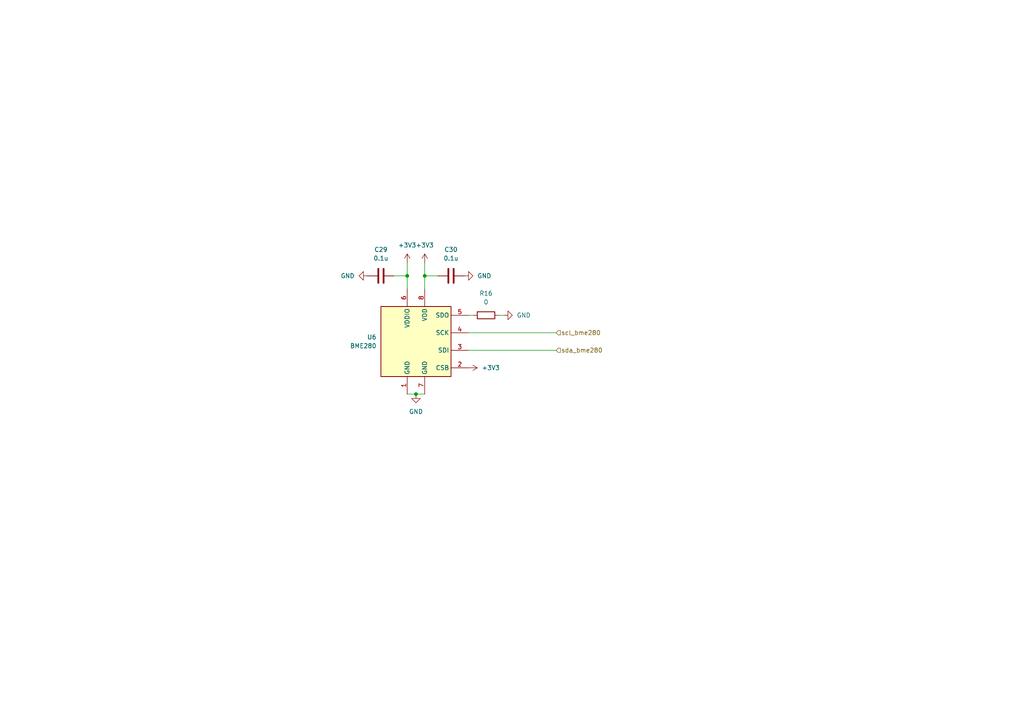
<source format=kicad_sch>
(kicad_sch (version 20250114) (generator "eeschema") (generator_version "9.0")
  (paper "A4")
  (lib_symbols
    (symbol "Device:C" (pin_numbers (hide yes)) (pin_names (offset 0.254))
      (property "Reference" "C" (at 0.635 2.54 0))
      (property "Value" "C" (at 0.635 -2.54 0))
      (symbol "C_0_1"
        (polyline (pts (xy -2.032 0.762) (xy 2.032 0.762)) (stroke (width 0.508)))
        (polyline (pts (xy -2.032 -0.762) (xy 2.032 -0.762)) (stroke (width 0.508)))
      )
      (symbol "C_1_1"
        (pin passive line (at 0 3.81 270) (length 2.794) (name "~") (number "1"))
        (pin passive line (at 0 -3.81 90) (length 2.794) (name "~") (number "2"))
      )
    )
    (symbol "Device:R" (pin_numbers (hide yes)) (pin_names (offset 0))
      (property "Reference" "R" (at 2.032 0 90))
      (property "Value" "R" (at 0 0 90))
      (symbol "R_0_1"
        (rectangle (start -1.016 -2.54) (end 1.016 2.54) (stroke (width 0.254)))
      )
      (symbol "R_1_1"
        (pin passive line (at 0 3.81 270) (length 1.27) (name "~") (number "1"))
        (pin passive line (at 0 -3.81 90) (length 1.27) (name "~") (number "2"))
      )
    )
    (symbol "Sensor:BME280"
      (property "Reference" "U" (at -8.89 11.43 0))
      (property "Value" "BME280" (at 7.62 11.43 0))
      (symbol "BME280_0_1"
        (rectangle (start -10.16 10.16) (end 10.16 -10.16) (stroke (width 0.254)) (fill (type background)))
      )
      (symbol "BME280_1_1"
        (pin power_in line (at -2.54 15.24 270) (length 5.08) (name "VDDIO") (number "6"))
        (pin power_in line (at -2.54 -15.24 90) (length 5.08) (name "GND") (number "1"))
        (pin power_in line (at 2.54 15.24 270) (length 5.08) (name "VDD") (number "8"))
        (pin power_in line (at 2.54 -15.24 90) (length 5.08) (name "GND") (number "7"))
        (pin bidirectional line (at 15.24 7.62 180) (length 5.08) (name "SDO") (number "5"))
        (pin input line (at 15.24 2.54 180) (length 5.08) (name "SCK") (number "4"))
        (pin bidirectional line (at 15.24 -2.54 180) (length 5.08) (name "SDI") (number "3"))
        (pin input line (at 15.24 -7.62 180) (length 5.08) (name "CSB") (number "2"))
      )
    )
    (symbol "power:+3V3" (power) (pin_numbers (hide yes)) (pin_names (offset 0) (hide yes))
      (property "Value" "+3V3" (at 0 3.556 0))
      (symbol "+3V3_0_1"
        (polyline (pts (xy -0.762 1.27) (xy 0 2.54)))
        (polyline (pts (xy 0 2.54) (xy 0.762 1.27)))
        (polyline (pts (xy 0 0) (xy 0 2.54)))
      )
      (symbol "+3V3_1_1"
        (pin power_in line (at 0 0 90) (length 0) (name "~") (number "1"))
      )
    )
    (symbol "power:GND" (power) (pin_numbers (hide yes)) (pin_names (offset 0) (hide yes))
      (property "Value" "GND" (at 0 -3.81 0))
      (symbol "GND_0_1"
        (polyline (pts (xy 0 0) (xy 0 -1.27) (xy 1.27 -1.27) (xy 0 -2.54) (xy -1.27 -1.27) (xy 0 -1.27)))
      )
      (symbol "GND_1_1"
        (pin power_in line (at 0 0 270) (length 0) (name "~") (number "1"))
      )
    )
  )
  (junction (at 120.65 114.3))
  (junction (at 123.19 80.01))
  (junction (at 118.11 80.01))
  (wire (pts (xy 114.3 80.01) (xy 118.11 80.01)))
  (wire (pts (xy 146.05 91.44) (xy 144.78 91.44)))
  (wire (pts (xy 118.11 114.3) (xy 120.65 114.3)))
  (wire (pts (xy 120.65 114.3) (xy 123.19 114.3)))
  (wire (pts (xy 118.11 76.2) (xy 118.11 80.01)))
  (wire (pts (xy 123.19 76.2) (xy 123.19 80.01)))
  (wire (pts (xy 123.19 80.01) (xy 123.19 83.82)))
  (wire (pts (xy 118.11 80.01) (xy 118.11 83.82)))
  (wire (pts (xy 123.19 80.01) (xy 127 80.01)))
  (wire (pts (xy 135.89 96.52) (xy 161.29 96.52)))
  (wire (pts (xy 137.16 91.44) (xy 135.89 91.44)))
  (wire (pts (xy 135.89 101.6) (xy 161.29 101.6)))
  (hierarchical_label "scl_bme280" (shape input) (at 161.29 96.52 0))
  (hierarchical_label "sda_bme280" (shape input) (at 161.29 101.6 0))
  (symbol (lib_id "Device:R") (at 140.97 91.44 270) (unit 1)
    (property "Reference" "R16" (at 140.97 85.09 90))
    (property "Value" "0" (at 140.97 87.63 90))
    (property "Footprint" "Resistor_SMD:R_0603_1608Metric" (effects (hide yes)))
    (property "Description" "Resistor" (effects (hide yes)))
  )
  (symbol (lib_id "power:+3V3") (at 123.19 76.2 0) (unit 1)
    (property "Reference" "#PWR064" (effects (hide yes)))
    (property "Value" "+3V3" (at 123.19 71.12 0))
    (property "Description" "Power symbol creates a global label with name \"+3V3\"" (effects (hide yes)))
  )
  (symbol (lib_id "Device:C") (at 130.81 80.01 270) (unit 1)
    (property "Reference" "C30" (at 130.81 72.39 90))
    (property "Value" "0.1u" (at 130.81 74.93 90))
    (property "Footprint" "Capacitor_SMD:C_0402_1005Metric" (effects (hide yes)))
    (property "Description" "Unpolarized capacitor" (effects (hide yes)))
  )
  (symbol (lib_id "power:+3V3") (at 118.11 76.2 0) (unit 1)
    (property "Reference" "#PWR062" (effects (hide yes)))
    (property "Value" "+3V3" (at 118.11 71.12 0))
    (property "Description" "Power symbol creates a global label with name \"+3V3\"" (effects (hide yes)))
  )
  (symbol (lib_id "power:GND") (at 134.62 80.01 90) (unit 1)
    (property "Reference" "#PWR065" (effects (hide yes)))
    (property "Value" "GND" (at 138.43 80.0099 90) (effects (justify right)))
    (property "Description" "Power symbol creates a global label with name \"GND\" , ground" (effects (hide yes)))
  )
  (symbol (lib_id "power:GND") (at 146.05 91.44 90) (unit 1)
    (property "Reference" "#PWR067" (effects (hide yes)))
    (property "Value" "GND" (at 149.86 91.4399 90) (effects (justify right)))
    (property "Description" "Power symbol creates a global label with name \"GND\" , ground" (effects (hide yes)))
  )
  (symbol (lib_id "Sensor:BME280") (at 120.65 99.06 0) (unit 1)
    (property "Reference" "U6" (at 109.22 97.7899 0) (effects (justify right)))
    (property "Value" "BME280" (at 109.22 100.3299 0) (effects (justify right)))
    (property "Footprint" "Package_LGA:Bosch_LGA-8_2.5x2.5mm_P0.65mm_ClockwisePinNumbering" (effects (hide yes)))
    (property "Datasheet" "https://www.bosch-sensortec.com/media/boschsensortec/downloads/datasheets/bst-bme280-ds002.pdf" (effects (hide yes)))
    (property "Description" "3-in-1 sensor, humidity, pressure, temperature, I2C and SPI interface, 1.71-3.6V, LGA-8" (effects (hide yes)))
  )
  (symbol (lib_id "power:+3V3") (at 135.89 106.68 270) (unit 1)
    (property "Reference" "#PWR066" (effects (hide yes)))
    (property "Value" "+3V3" (at 139.7 106.6799 90) (effects (justify left)))
    (property "Description" "Power symbol creates a global label with name \"+3V3\"" (effects (hide yes)))
  )
  (symbol (lib_id "power:GND") (at 106.68 80.01 270) (unit 1)
    (property "Reference" "#PWR061" (effects (hide yes)))
    (property "Value" "GND" (at 102.87 80.0099 90) (effects (justify right)))
    (property "Description" "Power symbol creates a global label with name \"GND\" , ground" (effects (hide yes)))
  )
  (symbol (lib_id "power:GND") (at 120.65 114.3 0) (unit 1)
    (property "Reference" "#PWR063" (effects (hide yes)))
    (property "Value" "GND" (at 120.65 119.38 0))
    (property "Description" "Power symbol creates a global label with name \"GND\" , ground" (effects (hide yes)))
  )
  (symbol (lib_id "Device:C") (at 110.49 80.01 270) (unit 1)
    (property "Reference" "C29" (at 110.49 72.39 90))
    (property "Value" "0.1u" (at 110.49 74.93 90))
    (property "Footprint" "Capacitor_SMD:C_0402_1005Metric" (effects (hide yes)))
    (property "Description" "Unpolarized capacitor" (effects (hide yes)))
  )
)
</source>
